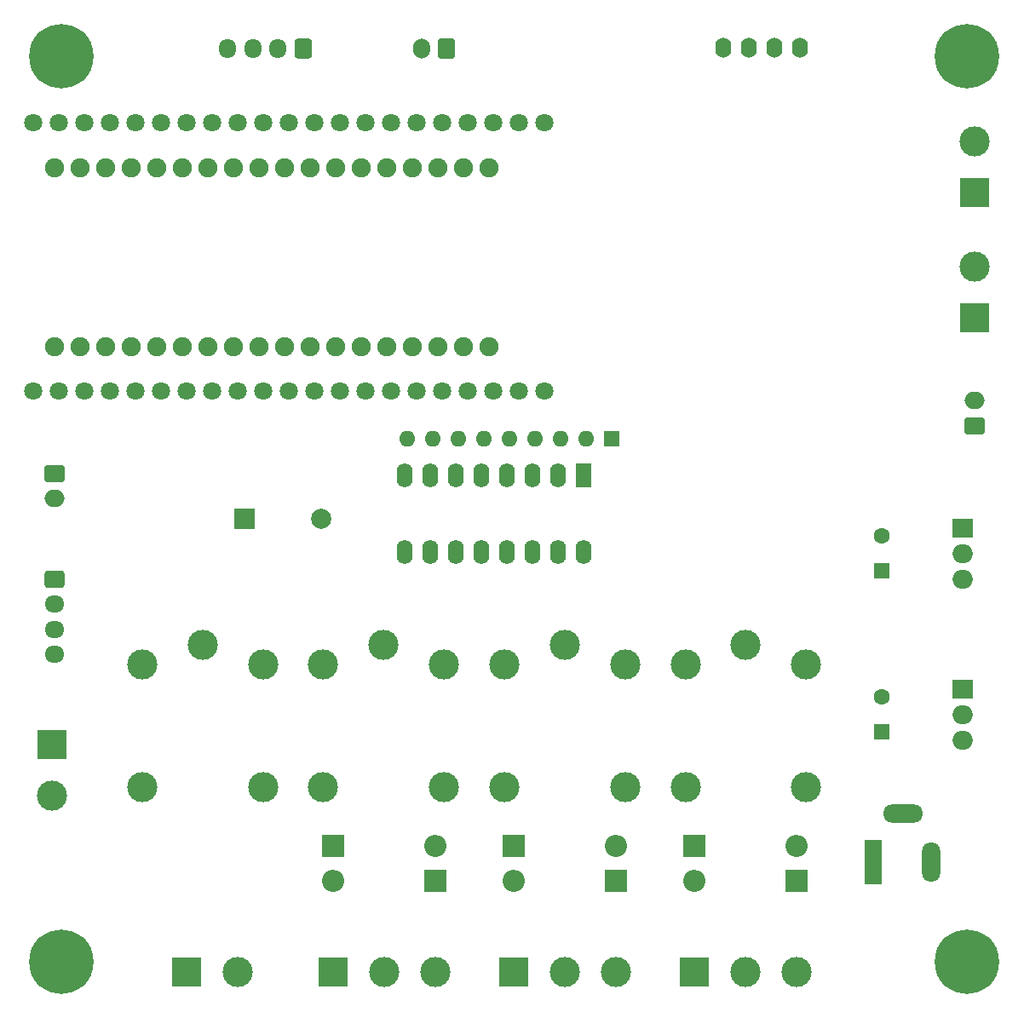
<source format=gbr>
%TF.GenerationSoftware,KiCad,Pcbnew,(5.99.0-10406-ge27733587d)*%
%TF.CreationDate,2021-05-19T17:56:25+05:30*%
%TF.ProjectId,OxiKit-Brainboard_v1,4f78694b-6974-42d4-9272-61696e626f61,rev?*%
%TF.SameCoordinates,Original*%
%TF.FileFunction,Soldermask,Bot*%
%TF.FilePolarity,Negative*%
%FSLAX46Y46*%
G04 Gerber Fmt 4.6, Leading zero omitted, Abs format (unit mm)*
G04 Created by KiCad (PCBNEW (5.99.0-10406-ge27733587d)) date 2021-05-19 17:56:25*
%MOMM*%
%LPD*%
G01*
G04 APERTURE LIST*
G04 Aperture macros list*
%AMRoundRect*
0 Rectangle with rounded corners*
0 $1 Rounding radius*
0 $2 $3 $4 $5 $6 $7 $8 $9 X,Y pos of 4 corners*
0 Add a 4 corners polygon primitive as box body*
4,1,4,$2,$3,$4,$5,$6,$7,$8,$9,$2,$3,0*
0 Add four circle primitives for the rounded corners*
1,1,$1+$1,$2,$3*
1,1,$1+$1,$4,$5*
1,1,$1+$1,$6,$7*
1,1,$1+$1,$8,$9*
0 Add four rect primitives between the rounded corners*
20,1,$1+$1,$2,$3,$4,$5,0*
20,1,$1+$1,$4,$5,$6,$7,0*
20,1,$1+$1,$6,$7,$8,$9,0*
20,1,$1+$1,$8,$9,$2,$3,0*%
G04 Aperture macros list end*
%ADD10RoundRect,0.250000X-0.750000X0.600000X-0.750000X-0.600000X0.750000X-0.600000X0.750000X0.600000X0*%
%ADD11O,2.000000X1.700000*%
%ADD12R,1.600000X1.600000*%
%ADD13C,1.600000*%
%ADD14R,2.200000X2.200000*%
%ADD15O,2.200000X2.200000*%
%ADD16R,3.000000X3.000000*%
%ADD17C,3.000000*%
%ADD18C,0.800000*%
%ADD19C,6.400000*%
%ADD20R,2.000000X2.000000*%
%ADD21C,2.000000*%
%ADD22C,1.800000*%
%ADD23O,1.600000X2.000000*%
%ADD24O,1.600000X1.600000*%
%ADD25RoundRect,0.250000X0.600000X0.725000X-0.600000X0.725000X-0.600000X-0.725000X0.600000X-0.725000X0*%
%ADD26O,1.700000X1.950000*%
%ADD27R,2.000000X1.905000*%
%ADD28O,2.000000X1.905000*%
%ADD29C,1.900000*%
%ADD30RoundRect,0.250000X0.750000X-0.600000X0.750000X0.600000X-0.750000X0.600000X-0.750000X-0.600000X0*%
%ADD31RoundRect,0.250000X0.600000X0.750000X-0.600000X0.750000X-0.600000X-0.750000X0.600000X-0.750000X0*%
%ADD32O,1.700000X2.000000*%
%ADD33O,1.950000X1.700000*%
%ADD34RoundRect,0.250000X-0.725000X0.600000X-0.725000X-0.600000X0.725000X-0.600000X0.725000X0.600000X0*%
%ADD35R,1.600000X2.400000*%
%ADD36O,1.600000X2.400000*%
%ADD37R,1.800000X4.400000*%
%ADD38O,1.800000X4.000000*%
%ADD39O,4.000000X1.800000*%
G04 APERTURE END LIST*
D10*
%TO.C,SW2*%
X54275000Y-86500000D03*
D11*
X54275000Y-89000000D03*
%TD*%
D12*
%TO.C,C1*%
X136500000Y-112152651D03*
D13*
X136500000Y-108652651D03*
%TD*%
D14*
%TO.C,D12*%
X92110000Y-127000000D03*
D15*
X81950000Y-127000000D03*
%TD*%
D16*
%TO.C,J11*%
X67460000Y-136000000D03*
D17*
X72540000Y-136000000D03*
%TD*%
%TO.C,K4*%
X69000000Y-103500000D03*
X75000000Y-117700000D03*
X63000000Y-117700000D03*
X63000000Y-105500000D03*
X75000000Y-105500000D03*
%TD*%
D18*
%TO.C,H3*%
X147400000Y-135000000D03*
X143302944Y-133302944D03*
X146697056Y-136697056D03*
X146697056Y-133302944D03*
D19*
X145000000Y-135000000D03*
D18*
X145000000Y-132600000D03*
X143302944Y-136697056D03*
X142600000Y-135000000D03*
X145000000Y-137400000D03*
%TD*%
D14*
%TO.C,D4*%
X117920000Y-123550000D03*
D15*
X128080000Y-123550000D03*
%TD*%
D16*
%TO.C,J9*%
X54000000Y-113460000D03*
D17*
X54000000Y-118540000D03*
%TD*%
%TO.C,K3*%
X87000000Y-103500000D03*
X93000000Y-117700000D03*
X81000000Y-117700000D03*
X81000000Y-105500000D03*
X93000000Y-105500000D03*
%TD*%
D20*
%TO.C,BZ1*%
X73200000Y-91000000D03*
D21*
X80800000Y-91000000D03*
%TD*%
D22*
%TO.C,U5*%
X103000000Y-51665000D03*
X100460000Y-51665000D03*
X97920000Y-51665000D03*
X95380000Y-51665000D03*
X92840000Y-51665000D03*
X90300000Y-51665000D03*
X87760000Y-51665000D03*
X85220000Y-51665000D03*
X82680000Y-51665000D03*
X80140000Y-51665000D03*
X77600000Y-51665000D03*
X75060000Y-51665000D03*
X72520000Y-51665000D03*
X69980000Y-51665000D03*
X67440000Y-51665000D03*
X64900000Y-51665000D03*
X62360000Y-51665000D03*
X59820000Y-51665000D03*
X57280000Y-51665000D03*
X54740000Y-51665000D03*
X52200000Y-51665000D03*
X103000000Y-78335000D03*
X100460000Y-78335000D03*
X97920000Y-78335000D03*
X95380000Y-78335000D03*
X92840000Y-78335000D03*
X90300000Y-78335000D03*
X87760000Y-78335000D03*
X85220000Y-78335000D03*
X82680000Y-78335000D03*
X80140000Y-78335000D03*
X77600000Y-78335000D03*
X75060000Y-78335000D03*
X72520000Y-78335000D03*
X69980000Y-78335000D03*
X67440000Y-78335000D03*
X64900000Y-78335000D03*
X62360000Y-78335000D03*
X59820000Y-78335000D03*
X57280000Y-78335000D03*
X54740000Y-78335000D03*
X52200000Y-78335000D03*
%TD*%
D14*
%TO.C,D8*%
X110080000Y-127000000D03*
D15*
X99920000Y-127000000D03*
%TD*%
D12*
%TO.C,C7*%
X136500000Y-96152651D03*
D13*
X136500000Y-92652651D03*
%TD*%
D17*
%TO.C,K2*%
X105000000Y-103500000D03*
X111000000Y-117700000D03*
X99000000Y-117700000D03*
X99000000Y-105500000D03*
X111000000Y-105500000D03*
%TD*%
D23*
%TO.C,Brd1*%
X128370000Y-44150000D03*
X125830000Y-44150000D03*
X123290000Y-44150000D03*
X120750000Y-44150000D03*
%TD*%
D16*
%TO.C,J5*%
X145750000Y-71040000D03*
D17*
X145750000Y-65960000D03*
%TD*%
D18*
%TO.C,H1*%
X55000000Y-132600000D03*
X55000000Y-137400000D03*
X53302944Y-133302944D03*
X57400000Y-135000000D03*
D19*
X55000000Y-135000000D03*
D18*
X52600000Y-135000000D03*
X53302944Y-136697056D03*
X56697056Y-136697056D03*
X56697056Y-133302944D03*
%TD*%
D16*
%TO.C,J8*%
X99920000Y-136000000D03*
D17*
X105000000Y-136000000D03*
X110080000Y-136000000D03*
%TD*%
D12*
%TO.C,RN1*%
X109675000Y-83000000D03*
D24*
X107135000Y-83000000D03*
X104595000Y-83000000D03*
X102055000Y-83000000D03*
X99515000Y-83000000D03*
X96975000Y-83000000D03*
X94435000Y-83000000D03*
X91895000Y-83000000D03*
X89355000Y-83000000D03*
%TD*%
D16*
%TO.C,J4*%
X145750000Y-58540000D03*
D17*
X145750000Y-53460000D03*
%TD*%
D16*
%TO.C,J7*%
X117920000Y-136000000D03*
D17*
X123000000Y-136000000D03*
X128080000Y-136000000D03*
%TD*%
D25*
%TO.C,J3*%
X79000000Y-44275000D03*
D26*
X76500000Y-44275000D03*
X74000000Y-44275000D03*
X71500000Y-44275000D03*
%TD*%
D27*
%TO.C,U3*%
X144555000Y-91960000D03*
D28*
X144555000Y-94500000D03*
X144555000Y-97040000D03*
%TD*%
D18*
%TO.C,H4*%
X146697056Y-46697056D03*
D19*
X145000000Y-45000000D03*
D18*
X147400000Y-45000000D03*
X142600000Y-45000000D03*
X145000000Y-42600000D03*
X146697056Y-43302944D03*
X143302944Y-43302944D03*
X143302944Y-46697056D03*
X145000000Y-47400000D03*
%TD*%
D29*
%TO.C,U1*%
X54322500Y-73890000D03*
X56862500Y-73890000D03*
X59402500Y-73890000D03*
X61942500Y-73890000D03*
X64482500Y-73890000D03*
X67022500Y-73890000D03*
X69562500Y-73890000D03*
X72102500Y-73890000D03*
X74642500Y-73890000D03*
X77182500Y-73890000D03*
X79722500Y-73890000D03*
X82262500Y-73890000D03*
X84802500Y-73890000D03*
X87342500Y-73890000D03*
X89882500Y-73890000D03*
X92422500Y-73890000D03*
X94962500Y-73890000D03*
X97502500Y-73890000D03*
X97502500Y-56110000D03*
X94962500Y-56110000D03*
X92422500Y-56110000D03*
X89882500Y-56110000D03*
X87342500Y-56110000D03*
X84802500Y-56110000D03*
X82262500Y-56110000D03*
X79722500Y-56110000D03*
X77182500Y-56110000D03*
X74642500Y-56110000D03*
X72102500Y-56110000D03*
X69562500Y-56110000D03*
X67022500Y-56110000D03*
X64482500Y-56110000D03*
X61942500Y-56110000D03*
X59402500Y-56110000D03*
X56862500Y-56110000D03*
X54322500Y-56110000D03*
%TD*%
D14*
%TO.C,D11*%
X81950000Y-123550000D03*
D15*
X92110000Y-123550000D03*
%TD*%
D30*
%TO.C,SW1*%
X145725000Y-81750000D03*
D11*
X145725000Y-79250000D03*
%TD*%
D31*
%TO.C,J1*%
X93250000Y-44275000D03*
D32*
X90750000Y-44275000D03*
%TD*%
D33*
%TO.C,J6*%
X54275000Y-104500000D03*
X54275000Y-102000000D03*
X54275000Y-99500000D03*
D34*
X54275000Y-97000000D03*
%TD*%
D14*
%TO.C,D5*%
X128080000Y-127000000D03*
D15*
X117920000Y-127000000D03*
%TD*%
D35*
%TO.C,U6*%
X106875000Y-86675000D03*
D36*
X104335000Y-86675000D03*
X101795000Y-86675000D03*
X99255000Y-86675000D03*
X96715000Y-86675000D03*
X94175000Y-86675000D03*
X91635000Y-86675000D03*
X89095000Y-86675000D03*
X89095000Y-94295000D03*
X91635000Y-94295000D03*
X94175000Y-94295000D03*
X96715000Y-94295000D03*
X99255000Y-94295000D03*
X101795000Y-94295000D03*
X104335000Y-94295000D03*
X106875000Y-94295000D03*
%TD*%
D18*
%TO.C,H2*%
X53302944Y-46697056D03*
D19*
X55000000Y-45000000D03*
D18*
X55000000Y-42600000D03*
X52600000Y-45000000D03*
X55000000Y-47400000D03*
X57400000Y-45000000D03*
X56697056Y-43302944D03*
X56697056Y-46697056D03*
X53302944Y-43302944D03*
%TD*%
D16*
%TO.C,J10*%
X81950000Y-136000000D03*
D17*
X87030000Y-136000000D03*
X92110000Y-136000000D03*
%TD*%
%TO.C,K1*%
X123000000Y-103500000D03*
X129000000Y-117700000D03*
X117000000Y-117700000D03*
X117000000Y-105500000D03*
X129000000Y-105500000D03*
%TD*%
D37*
%TO.C,J2*%
X135650000Y-125100000D03*
D38*
X141450000Y-125100000D03*
D39*
X138650000Y-120300000D03*
%TD*%
D14*
%TO.C,D7*%
X99920000Y-123550000D03*
D15*
X110080000Y-123550000D03*
%TD*%
D27*
%TO.C,U4*%
X144555000Y-107960000D03*
D28*
X144555000Y-110500000D03*
X144555000Y-113040000D03*
%TD*%
M02*

</source>
